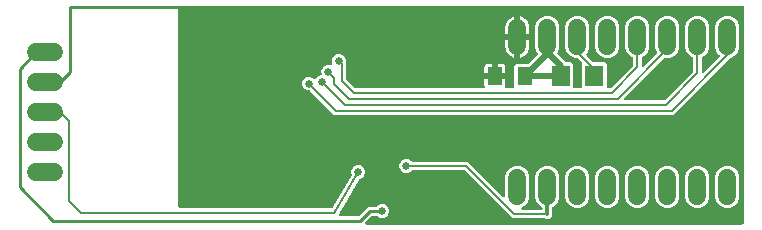
<source format=gbl>
G04 EAGLE Gerber RS-274X export*
G75*
%MOMM*%
%FSLAX34Y34*%
%LPD*%
%INBottom Copper*%
%IPPOS*%
%AMOC8*
5,1,8,0,0,1.08239X$1,22.5*%
G01*
%ADD10C,1.524000*%
%ADD11R,1.600000X1.803000*%
%ADD12R,1.270000X1.524000*%
%ADD13C,0.654800*%
%ADD14C,0.203200*%
%ADD15C,0.304800*%
%ADD16C,0.254000*%
%ADD17C,0.508000*%
%ADD18C,0.152400*%

G36*
X622418Y6366D02*
X622418Y6366D01*
X622537Y6373D01*
X622575Y6386D01*
X622616Y6391D01*
X622726Y6434D01*
X622839Y6471D01*
X622874Y6493D01*
X622911Y6508D01*
X623007Y6578D01*
X623108Y6641D01*
X623136Y6671D01*
X623169Y6694D01*
X623245Y6786D01*
X623326Y6873D01*
X623346Y6908D01*
X623371Y6939D01*
X623422Y7047D01*
X623480Y7151D01*
X623490Y7191D01*
X623507Y7227D01*
X623529Y7344D01*
X623559Y7459D01*
X623563Y7520D01*
X623567Y7540D01*
X623565Y7560D01*
X623569Y7620D01*
X623569Y190500D01*
X623554Y190618D01*
X623547Y190737D01*
X623534Y190775D01*
X623529Y190816D01*
X623486Y190926D01*
X623449Y191039D01*
X623427Y191074D01*
X623412Y191111D01*
X623343Y191207D01*
X623279Y191308D01*
X623249Y191336D01*
X623226Y191369D01*
X623134Y191445D01*
X623047Y191526D01*
X623012Y191546D01*
X622981Y191571D01*
X622873Y191622D01*
X622769Y191680D01*
X622729Y191690D01*
X622693Y191707D01*
X622576Y191729D01*
X622461Y191759D01*
X622401Y191763D01*
X622381Y191767D01*
X622360Y191765D01*
X622300Y191769D01*
X146050Y191769D01*
X145932Y191754D01*
X145813Y191747D01*
X145775Y191734D01*
X145734Y191729D01*
X145624Y191686D01*
X145511Y191649D01*
X145476Y191627D01*
X145439Y191612D01*
X145343Y191543D01*
X145242Y191479D01*
X145214Y191449D01*
X145181Y191426D01*
X145106Y191334D01*
X145024Y191247D01*
X145004Y191212D01*
X144979Y191181D01*
X144928Y191073D01*
X144870Y190969D01*
X144860Y190929D01*
X144843Y190893D01*
X144821Y190776D01*
X144791Y190661D01*
X144787Y190601D01*
X144783Y190581D01*
X144785Y190560D01*
X144781Y190500D01*
X144781Y21336D01*
X144796Y21218D01*
X144803Y21099D01*
X144816Y21061D01*
X144821Y21020D01*
X144864Y20910D01*
X144901Y20797D01*
X144923Y20762D01*
X144938Y20725D01*
X145008Y20629D01*
X145071Y20528D01*
X145101Y20500D01*
X145124Y20467D01*
X145216Y20391D01*
X145303Y20310D01*
X145338Y20290D01*
X145369Y20265D01*
X145477Y20214D01*
X145581Y20156D01*
X145621Y20146D01*
X145657Y20129D01*
X145774Y20107D01*
X145889Y20077D01*
X145950Y20073D01*
X145970Y20069D01*
X145990Y20071D01*
X146050Y20067D01*
X274259Y20067D01*
X274358Y20079D01*
X274457Y20082D01*
X274515Y20099D01*
X274575Y20107D01*
X274667Y20143D01*
X274762Y20171D01*
X274814Y20201D01*
X274871Y20224D01*
X274951Y20282D01*
X275036Y20332D01*
X275112Y20398D01*
X275128Y20410D01*
X275136Y20420D01*
X275157Y20438D01*
X275508Y20789D01*
X275558Y20855D01*
X275617Y20914D01*
X275698Y21035D01*
X275703Y21040D01*
X275704Y21043D01*
X275707Y21047D01*
X291473Y48075D01*
X291483Y48098D01*
X291497Y48119D01*
X291545Y48245D01*
X291597Y48367D01*
X291601Y48393D01*
X291610Y48417D01*
X291625Y48550D01*
X291645Y48682D01*
X291643Y48707D01*
X291645Y48733D01*
X291627Y48865D01*
X291613Y48998D01*
X291605Y49022D01*
X291601Y49048D01*
X291549Y49200D01*
X291365Y49643D01*
X291365Y51957D01*
X292250Y54094D01*
X293886Y55730D01*
X296023Y56615D01*
X298337Y56615D01*
X300474Y55730D01*
X302110Y54094D01*
X302995Y51957D01*
X302995Y49643D01*
X302110Y47506D01*
X300474Y45870D01*
X298164Y44914D01*
X298152Y44907D01*
X298139Y44903D01*
X298015Y44829D01*
X297887Y44756D01*
X297878Y44747D01*
X297867Y44740D01*
X297764Y44637D01*
X297659Y44535D01*
X297652Y44523D01*
X297643Y44514D01*
X297553Y44380D01*
X282194Y18051D01*
X282157Y17963D01*
X282111Y17880D01*
X282095Y17817D01*
X282069Y17758D01*
X282055Y17664D01*
X282031Y17572D01*
X282024Y17462D01*
X282021Y17444D01*
X282022Y17433D01*
X282021Y17411D01*
X282021Y17243D01*
X281421Y16642D01*
X281370Y16577D01*
X281312Y16518D01*
X281230Y16396D01*
X281226Y16391D01*
X281225Y16389D01*
X281222Y16384D01*
X280647Y15400D01*
X280594Y15275D01*
X280537Y15153D01*
X280532Y15129D01*
X280523Y15107D01*
X280502Y14973D01*
X280477Y14840D01*
X280479Y14816D01*
X280475Y14793D01*
X280488Y14658D01*
X280497Y14523D01*
X280504Y14500D01*
X280507Y14476D01*
X280553Y14349D01*
X280595Y14221D01*
X280608Y14200D01*
X280616Y14177D01*
X280693Y14066D01*
X280765Y13952D01*
X280783Y13935D01*
X280796Y13915D01*
X280898Y13827D01*
X280997Y13734D01*
X281018Y13722D01*
X281036Y13706D01*
X281157Y13646D01*
X281275Y13580D01*
X281298Y13574D01*
X281320Y13564D01*
X281452Y13535D01*
X281583Y13501D01*
X281617Y13499D01*
X281631Y13496D01*
X281652Y13497D01*
X281744Y13491D01*
X296635Y13491D01*
X296733Y13503D01*
X296832Y13506D01*
X296890Y13523D01*
X296950Y13531D01*
X297043Y13567D01*
X297138Y13595D01*
X297190Y13625D01*
X297246Y13648D01*
X297326Y13706D01*
X297412Y13756D01*
X297487Y13822D01*
X297503Y13834D01*
X297511Y13844D01*
X297532Y13862D01*
X305261Y21591D01*
X312562Y21591D01*
X312660Y21603D01*
X312759Y21606D01*
X312817Y21623D01*
X312877Y21631D01*
X312969Y21667D01*
X313064Y21695D01*
X313117Y21725D01*
X313173Y21748D01*
X313253Y21806D01*
X313338Y21856D01*
X313414Y21922D01*
X313430Y21934D01*
X313438Y21944D01*
X313459Y21962D01*
X314206Y22710D01*
X316343Y23595D01*
X318657Y23595D01*
X320794Y22710D01*
X322430Y21074D01*
X323315Y18937D01*
X323315Y16623D01*
X322430Y14486D01*
X320794Y12850D01*
X318657Y11965D01*
X316343Y11965D01*
X314206Y12850D01*
X313459Y13598D01*
X313381Y13658D01*
X313309Y13726D01*
X313256Y13755D01*
X313208Y13792D01*
X313117Y13832D01*
X313030Y13880D01*
X312972Y13895D01*
X312916Y13919D01*
X312818Y13934D01*
X312722Y13959D01*
X312622Y13965D01*
X312602Y13969D01*
X312590Y13967D01*
X312562Y13969D01*
X308943Y13969D01*
X308845Y13957D01*
X308746Y13954D01*
X308688Y13937D01*
X308628Y13929D01*
X308536Y13893D01*
X308441Y13865D01*
X308388Y13835D01*
X308332Y13812D01*
X308252Y13754D01*
X308167Y13704D01*
X308091Y13638D01*
X308075Y13626D01*
X308073Y13624D01*
X308072Y13623D01*
X308065Y13614D01*
X308046Y13598D01*
X302966Y8518D01*
X302881Y8408D01*
X302792Y8301D01*
X302783Y8282D01*
X302771Y8266D01*
X302715Y8138D01*
X302656Y8013D01*
X302653Y7993D01*
X302645Y7974D01*
X302623Y7836D01*
X302597Y7701D01*
X302598Y7680D01*
X302595Y7660D01*
X302608Y7521D01*
X302616Y7383D01*
X302623Y7364D01*
X302624Y7344D01*
X302672Y7212D01*
X302714Y7081D01*
X302725Y7063D01*
X302732Y7044D01*
X302810Y6929D01*
X302885Y6812D01*
X302899Y6798D01*
X302911Y6781D01*
X303015Y6689D01*
X303116Y6594D01*
X303134Y6584D01*
X303149Y6571D01*
X303273Y6507D01*
X303395Y6440D01*
X303414Y6435D01*
X303432Y6426D01*
X303568Y6396D01*
X303703Y6361D01*
X303731Y6359D01*
X303743Y6357D01*
X303763Y6357D01*
X303863Y6351D01*
X622300Y6351D01*
X622418Y6366D01*
G37*
%LPC*%
G36*
X276657Y99313D02*
X276657Y99313D01*
X256427Y119544D01*
X256348Y119604D01*
X256276Y119672D01*
X256223Y119701D01*
X256175Y119738D01*
X256084Y119778D01*
X255998Y119826D01*
X255939Y119841D01*
X255883Y119865D01*
X255785Y119880D01*
X255690Y119905D01*
X255590Y119911D01*
X255569Y119915D01*
X255557Y119913D01*
X255529Y119915D01*
X254113Y119915D01*
X251976Y120800D01*
X250340Y122436D01*
X249455Y124573D01*
X249455Y126887D01*
X250340Y129024D01*
X251976Y130660D01*
X254113Y131545D01*
X256427Y131545D01*
X258564Y130660D01*
X259595Y129628D01*
X259635Y129598D01*
X259668Y129561D01*
X259760Y129500D01*
X259846Y129433D01*
X259892Y129413D01*
X259934Y129386D01*
X260038Y129350D01*
X260138Y129307D01*
X260187Y129299D01*
X260234Y129283D01*
X260344Y129274D01*
X260452Y129257D01*
X260502Y129262D01*
X260551Y129258D01*
X260659Y129276D01*
X260769Y129287D01*
X260816Y129304D01*
X260865Y129312D01*
X260965Y129357D01*
X261068Y129394D01*
X261109Y129422D01*
X261155Y129443D01*
X261241Y129511D01*
X261331Y129573D01*
X261364Y129610D01*
X261403Y129641D01*
X261469Y129729D01*
X261542Y129811D01*
X261565Y129856D01*
X261594Y129895D01*
X261665Y130040D01*
X261771Y130294D01*
X263406Y131930D01*
X265409Y132759D01*
X265513Y132818D01*
X265620Y132870D01*
X265650Y132897D01*
X265685Y132917D01*
X265771Y133000D01*
X265862Y133077D01*
X265885Y133110D01*
X265914Y133138D01*
X265976Y133240D01*
X266045Y133337D01*
X266059Y133375D01*
X266080Y133409D01*
X266115Y133523D01*
X266157Y133634D01*
X266162Y133674D01*
X266174Y133713D01*
X266179Y133832D01*
X266193Y133950D01*
X266187Y133990D01*
X266189Y134031D01*
X266165Y134147D01*
X266148Y134265D01*
X266129Y134322D01*
X266125Y134342D01*
X266116Y134361D01*
X266096Y134418D01*
X265965Y134733D01*
X265965Y137047D01*
X266850Y139184D01*
X268486Y140820D01*
X270623Y141705D01*
X272937Y141705D01*
X273381Y141521D01*
X273515Y141484D01*
X273648Y141443D01*
X273668Y141442D01*
X273688Y141437D01*
X273827Y141435D01*
X273966Y141428D01*
X273985Y141432D01*
X274006Y141432D01*
X274141Y141464D01*
X274277Y141492D01*
X274295Y141501D01*
X274315Y141506D01*
X274438Y141571D01*
X274563Y141632D01*
X274578Y141645D01*
X274596Y141655D01*
X274699Y141748D01*
X274805Y141838D01*
X274816Y141855D01*
X274831Y141868D01*
X274908Y141985D01*
X274988Y142098D01*
X274995Y142117D01*
X275006Y142134D01*
X275052Y142266D01*
X275101Y142396D01*
X275103Y142416D01*
X275109Y142435D01*
X275120Y142574D01*
X275136Y142712D01*
X275133Y142732D01*
X275135Y142752D01*
X275111Y142888D01*
X275091Y143027D01*
X275082Y143053D01*
X275080Y143065D01*
X275072Y143084D01*
X275039Y143179D01*
X274855Y143623D01*
X274855Y145937D01*
X275740Y148074D01*
X277376Y149710D01*
X279513Y150595D01*
X281827Y150595D01*
X283964Y149710D01*
X285600Y148074D01*
X286485Y145937D01*
X286485Y144521D01*
X286497Y144423D01*
X286500Y144324D01*
X286517Y144266D01*
X286525Y144205D01*
X286561Y144113D01*
X286589Y144018D01*
X286619Y143966D01*
X286642Y143910D01*
X286700Y143830D01*
X286750Y143744D01*
X286767Y143725D01*
X286767Y130269D01*
X286779Y130171D01*
X286782Y130072D01*
X286799Y130014D01*
X286807Y129953D01*
X286843Y129861D01*
X286871Y129766D01*
X286901Y129714D01*
X286924Y129658D01*
X286982Y129578D01*
X287032Y129492D01*
X287098Y129417D01*
X287110Y129400D01*
X287120Y129393D01*
X287138Y129371D01*
X294471Y122038D01*
X294550Y121978D01*
X294622Y121910D01*
X294675Y121881D01*
X294723Y121844D01*
X294814Y121804D01*
X294900Y121756D01*
X294959Y121741D01*
X295015Y121717D01*
X295113Y121702D01*
X295208Y121677D01*
X295308Y121671D01*
X295329Y121667D01*
X295341Y121669D01*
X295369Y121667D01*
X402881Y121667D01*
X403012Y121683D01*
X403144Y121694D01*
X403170Y121703D01*
X403196Y121707D01*
X403320Y121755D01*
X403445Y121799D01*
X403467Y121814D01*
X403492Y121824D01*
X403599Y121902D01*
X403710Y121975D01*
X403728Y121995D01*
X403749Y122010D01*
X403834Y122113D01*
X403923Y122211D01*
X403935Y122235D01*
X403952Y122255D01*
X404009Y122376D01*
X404070Y122493D01*
X404076Y122519D01*
X404087Y122543D01*
X404112Y122673D01*
X404143Y122803D01*
X404142Y122829D01*
X404147Y122855D01*
X404139Y122988D01*
X404136Y123121D01*
X404129Y123146D01*
X404127Y123173D01*
X404087Y123299D01*
X404051Y123427D01*
X404041Y123447D01*
X403859Y124126D01*
X403859Y129541D01*
X411480Y129541D01*
X411598Y129556D01*
X411717Y129563D01*
X411755Y129576D01*
X411795Y129581D01*
X411906Y129624D01*
X412019Y129661D01*
X412054Y129683D01*
X412091Y129698D01*
X412187Y129768D01*
X412288Y129831D01*
X412316Y129861D01*
X412348Y129885D01*
X412424Y129976D01*
X412506Y130063D01*
X412525Y130098D01*
X412551Y130129D01*
X412602Y130237D01*
X412659Y130341D01*
X412670Y130381D01*
X412687Y130417D01*
X412709Y130534D01*
X412739Y130649D01*
X412743Y130710D01*
X412747Y130730D01*
X412745Y130750D01*
X412749Y130810D01*
X412749Y132081D01*
X412751Y132081D01*
X412751Y130810D01*
X412766Y130692D01*
X412773Y130573D01*
X412786Y130535D01*
X412791Y130495D01*
X412835Y130384D01*
X412871Y130271D01*
X412893Y130236D01*
X412908Y130199D01*
X412978Y130103D01*
X413041Y130002D01*
X413071Y129974D01*
X413095Y129941D01*
X413186Y129866D01*
X413273Y129784D01*
X413308Y129764D01*
X413340Y129739D01*
X413447Y129688D01*
X413551Y129630D01*
X413591Y129620D01*
X413627Y129603D01*
X413744Y129581D01*
X413859Y129551D01*
X413920Y129547D01*
X413940Y129543D01*
X413960Y129545D01*
X414020Y129541D01*
X421641Y129541D01*
X421641Y124126D01*
X421447Y123401D01*
X421413Y123329D01*
X421408Y123303D01*
X421397Y123278D01*
X421378Y123147D01*
X421353Y123016D01*
X421354Y122990D01*
X421351Y122964D01*
X421364Y122832D01*
X421373Y122699D01*
X421381Y122674D01*
X421383Y122647D01*
X421430Y122523D01*
X421471Y122397D01*
X421485Y122374D01*
X421494Y122349D01*
X421570Y122240D01*
X421641Y122128D01*
X421660Y122110D01*
X421675Y122088D01*
X421776Y122001D01*
X421872Y121910D01*
X421896Y121897D01*
X421916Y121880D01*
X422035Y121820D01*
X422151Y121756D01*
X422177Y121750D01*
X422200Y121738D01*
X422330Y121710D01*
X422459Y121677D01*
X422496Y121675D01*
X422511Y121671D01*
X422533Y121672D01*
X422619Y121667D01*
X427990Y121667D01*
X428108Y121682D01*
X428227Y121689D01*
X428265Y121702D01*
X428306Y121707D01*
X428416Y121750D01*
X428529Y121787D01*
X428564Y121809D01*
X428601Y121824D01*
X428697Y121893D01*
X428798Y121957D01*
X428826Y121987D01*
X428859Y122010D01*
X428935Y122102D01*
X429016Y122189D01*
X429036Y122224D01*
X429061Y122255D01*
X429112Y122363D01*
X429170Y122467D01*
X429180Y122507D01*
X429197Y122543D01*
X429219Y122660D01*
X429249Y122775D01*
X429253Y122835D01*
X429257Y122855D01*
X429255Y122876D01*
X429259Y122936D01*
X429259Y140752D01*
X430748Y142241D01*
X440600Y142241D01*
X440698Y142253D01*
X440797Y142256D01*
X440855Y142273D01*
X440915Y142281D01*
X441007Y142317D01*
X441102Y142345D01*
X441155Y142375D01*
X441211Y142398D01*
X441291Y142456D01*
X441376Y142506D01*
X441452Y142572D01*
X441468Y142584D01*
X441476Y142594D01*
X441497Y142612D01*
X448700Y149815D01*
X448773Y149910D01*
X448852Y149999D01*
X448870Y150035D01*
X448895Y150067D01*
X448942Y150176D01*
X448997Y150282D01*
X449005Y150321D01*
X449021Y150359D01*
X449040Y150476D01*
X449066Y150592D01*
X449065Y150633D01*
X449071Y150673D01*
X449060Y150792D01*
X449056Y150910D01*
X449045Y150949D01*
X449041Y150989D01*
X449001Y151102D01*
X448968Y151216D01*
X448948Y151250D01*
X448934Y151289D01*
X448867Y151387D01*
X448807Y151490D01*
X448767Y151535D01*
X448755Y151552D01*
X448740Y151565D01*
X448700Y151610D01*
X448586Y151724D01*
X447039Y155459D01*
X447039Y174741D01*
X448586Y178476D01*
X451444Y181334D01*
X455179Y182881D01*
X459221Y182881D01*
X462956Y181334D01*
X465814Y178476D01*
X467361Y174741D01*
X467361Y155459D01*
X465845Y151799D01*
X465837Y151770D01*
X465823Y151744D01*
X465795Y151617D01*
X465761Y151492D01*
X465760Y151462D01*
X465754Y151434D01*
X465758Y151304D01*
X465756Y151174D01*
X465763Y151145D01*
X465763Y151116D01*
X465799Y150991D01*
X465830Y150865D01*
X465844Y150838D01*
X465852Y150810D01*
X465918Y150699D01*
X465979Y150584D01*
X465998Y150562D01*
X466013Y150536D01*
X466120Y150415D01*
X472528Y144007D01*
X472606Y143947D01*
X472678Y143879D01*
X472731Y143850D01*
X472779Y143813D01*
X472870Y143773D01*
X472957Y143725D01*
X473015Y143710D01*
X473071Y143686D01*
X473169Y143671D01*
X473265Y143646D01*
X473365Y143640D01*
X473385Y143636D01*
X473397Y143638D01*
X473425Y143636D01*
X477432Y143636D01*
X478921Y142147D01*
X478921Y122936D01*
X478936Y122818D01*
X478943Y122699D01*
X478956Y122661D01*
X478961Y122620D01*
X479004Y122510D01*
X479041Y122397D01*
X479063Y122362D01*
X479078Y122325D01*
X479147Y122229D01*
X479211Y122128D01*
X479241Y122100D01*
X479264Y122067D01*
X479356Y121991D01*
X479443Y121910D01*
X479478Y121890D01*
X479509Y121865D01*
X479617Y121814D01*
X479721Y121756D01*
X479761Y121746D01*
X479797Y121729D01*
X479914Y121707D01*
X480029Y121677D01*
X480089Y121673D01*
X480109Y121669D01*
X480130Y121671D01*
X480190Y121667D01*
X485010Y121667D01*
X485128Y121682D01*
X485247Y121689D01*
X485285Y121702D01*
X485326Y121707D01*
X485436Y121750D01*
X485549Y121787D01*
X485584Y121809D01*
X485621Y121824D01*
X485717Y121893D01*
X485818Y121957D01*
X485846Y121987D01*
X485879Y122010D01*
X485955Y122102D01*
X486036Y122189D01*
X486056Y122224D01*
X486081Y122255D01*
X486132Y122363D01*
X486190Y122467D01*
X486200Y122507D01*
X486217Y122543D01*
X486239Y122660D01*
X486269Y122775D01*
X486273Y122835D01*
X486277Y122855D01*
X486275Y122876D01*
X486279Y122936D01*
X486279Y142176D01*
X486305Y142205D01*
X486324Y142241D01*
X486348Y142273D01*
X486396Y142382D01*
X486450Y142488D01*
X486459Y142528D01*
X486475Y142565D01*
X486493Y142682D01*
X486519Y142798D01*
X486518Y142839D01*
X486525Y142879D01*
X486513Y142997D01*
X486510Y143116D01*
X486499Y143155D01*
X486495Y143195D01*
X486454Y143308D01*
X486421Y143422D01*
X486401Y143457D01*
X486387Y143495D01*
X486320Y143593D01*
X486260Y143696D01*
X486220Y143741D01*
X486209Y143758D01*
X486193Y143771D01*
X486153Y143817D01*
X483023Y146948D01*
X482944Y147008D01*
X482872Y147076D01*
X482819Y147105D01*
X482771Y147142D01*
X482680Y147182D01*
X482594Y147230D01*
X482535Y147245D01*
X482479Y147269D01*
X482381Y147284D01*
X482286Y147309D01*
X482186Y147315D01*
X482165Y147319D01*
X482153Y147317D01*
X482125Y147319D01*
X480579Y147319D01*
X476844Y148866D01*
X473986Y151724D01*
X472439Y155459D01*
X472439Y174741D01*
X473986Y178476D01*
X476844Y181334D01*
X480579Y182881D01*
X484621Y182881D01*
X488356Y181334D01*
X491214Y178476D01*
X492761Y174741D01*
X492761Y155459D01*
X491214Y151724D01*
X490657Y151168D01*
X490584Y151074D01*
X490505Y150984D01*
X490487Y150948D01*
X490462Y150916D01*
X490415Y150807D01*
X490361Y150701D01*
X490352Y150662D01*
X490336Y150625D01*
X490317Y150507D01*
X490291Y150391D01*
X490292Y150351D01*
X490286Y150311D01*
X490297Y150192D01*
X490301Y150073D01*
X490312Y150034D01*
X490316Y149994D01*
X490356Y149882D01*
X490389Y149768D01*
X490410Y149733D01*
X490423Y149695D01*
X490490Y149596D01*
X490551Y149494D01*
X490591Y149448D01*
X490602Y149431D01*
X490617Y149418D01*
X490657Y149373D01*
X496022Y144007D01*
X496101Y143947D01*
X496173Y143879D01*
X496226Y143850D01*
X496274Y143813D01*
X496365Y143773D01*
X496451Y143725D01*
X496510Y143710D01*
X496566Y143686D01*
X496664Y143671D01*
X496759Y143646D01*
X496859Y143640D01*
X496880Y143636D01*
X496892Y143638D01*
X496920Y143636D01*
X505872Y143636D01*
X507361Y142147D01*
X507361Y122936D01*
X507376Y122818D01*
X507383Y122699D01*
X507396Y122661D01*
X507401Y122620D01*
X507444Y122510D01*
X507481Y122397D01*
X507503Y122362D01*
X507518Y122325D01*
X507587Y122229D01*
X507651Y122128D01*
X507681Y122100D01*
X507704Y122067D01*
X507796Y121991D01*
X507883Y121910D01*
X507918Y121890D01*
X507949Y121865D01*
X508057Y121814D01*
X508161Y121756D01*
X508201Y121746D01*
X508237Y121729D01*
X508354Y121707D01*
X508469Y121677D01*
X508529Y121673D01*
X508549Y121669D01*
X508570Y121671D01*
X508630Y121667D01*
X509811Y121667D01*
X509909Y121679D01*
X510008Y121682D01*
X510066Y121699D01*
X510127Y121707D01*
X510219Y121743D01*
X510314Y121771D01*
X510366Y121801D01*
X510422Y121824D01*
X510502Y121882D01*
X510588Y121932D01*
X510663Y121998D01*
X510680Y122010D01*
X510687Y122020D01*
X510709Y122038D01*
X529472Y140801D01*
X529532Y140880D01*
X529600Y140952D01*
X529629Y141005D01*
X529666Y141053D01*
X529706Y141144D01*
X529754Y141230D01*
X529769Y141289D01*
X529793Y141345D01*
X529808Y141443D01*
X529833Y141538D01*
X529839Y141638D01*
X529843Y141659D01*
X529841Y141671D01*
X529843Y141699D01*
X529843Y147107D01*
X529840Y147137D01*
X529842Y147166D01*
X529820Y147294D01*
X529803Y147423D01*
X529793Y147450D01*
X529788Y147479D01*
X529734Y147598D01*
X529686Y147718D01*
X529669Y147742D01*
X529657Y147769D01*
X529576Y147871D01*
X529500Y147976D01*
X529477Y147995D01*
X529458Y148018D01*
X529355Y148096D01*
X529255Y148179D01*
X529228Y148191D01*
X529204Y148209D01*
X529060Y148280D01*
X527644Y148866D01*
X524786Y151724D01*
X523239Y155459D01*
X523239Y174741D01*
X524786Y178476D01*
X527644Y181334D01*
X531379Y182881D01*
X535421Y182881D01*
X539156Y181334D01*
X542014Y178476D01*
X543561Y174741D01*
X543561Y155459D01*
X542014Y151724D01*
X539156Y148866D01*
X537740Y148280D01*
X537715Y148265D01*
X537687Y148256D01*
X537577Y148187D01*
X537464Y148122D01*
X537443Y148102D01*
X537418Y148086D01*
X537329Y147991D01*
X537236Y147901D01*
X537220Y147876D01*
X537200Y147854D01*
X537137Y147741D01*
X537069Y147630D01*
X537061Y147602D01*
X537046Y147576D01*
X537014Y147450D01*
X536976Y147326D01*
X536974Y147297D01*
X536967Y147268D01*
X536957Y147107D01*
X536957Y141191D01*
X536974Y141053D01*
X536987Y140915D01*
X536994Y140895D01*
X536997Y140875D01*
X537048Y140746D01*
X537095Y140615D01*
X537106Y140598D01*
X537114Y140580D01*
X537195Y140468D01*
X537273Y140352D01*
X537289Y140339D01*
X537300Y140322D01*
X537408Y140234D01*
X537512Y140142D01*
X537530Y140132D01*
X537545Y140120D01*
X537671Y140060D01*
X537795Y139997D01*
X537815Y139993D01*
X537833Y139984D01*
X537969Y139958D01*
X538105Y139927D01*
X538126Y139928D01*
X538145Y139924D01*
X538284Y139933D01*
X538423Y139937D01*
X538443Y139943D01*
X538463Y139944D01*
X538595Y139987D01*
X538729Y140025D01*
X538746Y140036D01*
X538765Y140042D01*
X538883Y140117D01*
X539003Y140187D01*
X539024Y140206D01*
X539034Y140212D01*
X539048Y140227D01*
X539123Y140293D01*
X549694Y150864D01*
X549712Y150888D01*
X549735Y150907D01*
X549810Y151013D01*
X549889Y151116D01*
X549901Y151143D01*
X549918Y151167D01*
X549964Y151288D01*
X550016Y151407D01*
X550020Y151437D01*
X550031Y151464D01*
X550045Y151593D01*
X550065Y151722D01*
X550063Y151751D01*
X550066Y151780D01*
X550048Y151909D01*
X550036Y152038D01*
X550026Y152066D01*
X550022Y152095D01*
X549969Y152248D01*
X548639Y155459D01*
X548639Y174741D01*
X550186Y178476D01*
X553044Y181334D01*
X556779Y182881D01*
X560821Y182881D01*
X564556Y181334D01*
X567414Y178476D01*
X568961Y174741D01*
X568961Y155459D01*
X567414Y151724D01*
X564556Y148866D01*
X560821Y147319D01*
X556735Y147319D01*
X556637Y147307D01*
X556538Y147304D01*
X556480Y147287D01*
X556419Y147279D01*
X556327Y147243D01*
X556232Y147215D01*
X556180Y147185D01*
X556124Y147162D01*
X556044Y147104D01*
X555958Y147054D01*
X555883Y146988D01*
X555866Y146976D01*
X555859Y146966D01*
X555837Y146948D01*
X522563Y113673D01*
X522478Y113564D01*
X522390Y113457D01*
X522381Y113438D01*
X522368Y113422D01*
X522313Y113294D01*
X522254Y113169D01*
X522250Y113149D01*
X522242Y113130D01*
X522220Y112992D01*
X522194Y112856D01*
X522195Y112836D01*
X522192Y112816D01*
X522205Y112677D01*
X522214Y112539D01*
X522220Y112520D01*
X522222Y112500D01*
X522269Y112368D01*
X522312Y112237D01*
X522323Y112219D01*
X522330Y112200D01*
X522408Y112085D01*
X522482Y111968D01*
X522497Y111954D01*
X522508Y111937D01*
X522612Y111845D01*
X522714Y111750D01*
X522732Y111740D01*
X522747Y111727D01*
X522871Y111663D01*
X522992Y111596D01*
X523012Y111591D01*
X523030Y111582D01*
X523166Y111552D01*
X523300Y111517D01*
X523328Y111515D01*
X523340Y111512D01*
X523361Y111513D01*
X523461Y111507D01*
X555531Y111507D01*
X555629Y111519D01*
X555728Y111522D01*
X555786Y111539D01*
X555847Y111547D01*
X555939Y111583D01*
X556034Y111611D01*
X556086Y111641D01*
X556142Y111664D01*
X556222Y111722D01*
X556308Y111772D01*
X556383Y111838D01*
X556400Y111850D01*
X556407Y111860D01*
X556429Y111878D01*
X580272Y135721D01*
X580332Y135800D01*
X580400Y135872D01*
X580429Y135925D01*
X580466Y135973D01*
X580506Y136064D01*
X580554Y136150D01*
X580569Y136209D01*
X580593Y136265D01*
X580608Y136363D01*
X580633Y136458D01*
X580639Y136558D01*
X580643Y136579D01*
X580641Y136591D01*
X580643Y136619D01*
X580643Y147107D01*
X580640Y147137D01*
X580642Y147166D01*
X580620Y147294D01*
X580603Y147423D01*
X580593Y147450D01*
X580588Y147479D01*
X580534Y147598D01*
X580486Y147718D01*
X580469Y147742D01*
X580457Y147769D01*
X580376Y147871D01*
X580300Y147976D01*
X580277Y147995D01*
X580258Y148018D01*
X580155Y148096D01*
X580055Y148179D01*
X580028Y148191D01*
X580004Y148209D01*
X579860Y148280D01*
X578444Y148866D01*
X575586Y151724D01*
X574039Y155459D01*
X574039Y174741D01*
X575586Y178476D01*
X578444Y181334D01*
X582179Y182881D01*
X586221Y182881D01*
X589956Y181334D01*
X592814Y178476D01*
X594361Y174741D01*
X594361Y155459D01*
X592814Y151724D01*
X589956Y148866D01*
X588540Y148280D01*
X588515Y148265D01*
X588487Y148256D01*
X588377Y148187D01*
X588264Y148122D01*
X588243Y148102D01*
X588218Y148086D01*
X588129Y147991D01*
X588036Y147901D01*
X588020Y147876D01*
X588000Y147854D01*
X587937Y147741D01*
X587869Y147630D01*
X587861Y147602D01*
X587846Y147576D01*
X587814Y147450D01*
X587776Y147326D01*
X587774Y147297D01*
X587767Y147268D01*
X587757Y147107D01*
X587757Y136111D01*
X587774Y135973D01*
X587787Y135835D01*
X587794Y135815D01*
X587797Y135795D01*
X587848Y135666D01*
X587895Y135535D01*
X587906Y135518D01*
X587914Y135500D01*
X587995Y135388D01*
X588073Y135272D01*
X588089Y135259D01*
X588100Y135242D01*
X588208Y135154D01*
X588312Y135062D01*
X588330Y135052D01*
X588345Y135040D01*
X588471Y134980D01*
X588595Y134917D01*
X588615Y134913D01*
X588633Y134904D01*
X588769Y134878D01*
X588905Y134847D01*
X588926Y134848D01*
X588945Y134844D01*
X589084Y134853D01*
X589223Y134857D01*
X589243Y134863D01*
X589263Y134864D01*
X589395Y134907D01*
X589529Y134945D01*
X589546Y134956D01*
X589565Y134962D01*
X589683Y135037D01*
X589803Y135107D01*
X589824Y135126D01*
X589834Y135132D01*
X589848Y135147D01*
X589923Y135213D01*
X602813Y148103D01*
X602886Y148197D01*
X602965Y148286D01*
X602983Y148322D01*
X603008Y148354D01*
X603055Y148464D01*
X603109Y148569D01*
X603118Y148609D01*
X603134Y148646D01*
X603153Y148764D01*
X603179Y148880D01*
X603178Y148920D01*
X603184Y148960D01*
X603173Y149079D01*
X603169Y149198D01*
X603158Y149236D01*
X603154Y149277D01*
X603114Y149389D01*
X603081Y149503D01*
X603060Y149538D01*
X603047Y149576D01*
X602979Y149675D01*
X602919Y149777D01*
X602879Y149822D01*
X602868Y149839D01*
X602853Y149853D01*
X602813Y149898D01*
X600986Y151724D01*
X599439Y155459D01*
X599439Y174741D01*
X600986Y178476D01*
X603844Y181334D01*
X607579Y182881D01*
X611621Y182881D01*
X615356Y181334D01*
X618214Y178476D01*
X619761Y174741D01*
X619761Y155459D01*
X618214Y151724D01*
X615356Y148866D01*
X612654Y147747D01*
X612645Y147742D01*
X612637Y147740D01*
X612507Y147664D01*
X612377Y147589D01*
X612371Y147583D01*
X612363Y147578D01*
X612242Y147472D01*
X564083Y99313D01*
X276657Y99313D01*
G37*
%LPD*%
%LPC*%
G36*
X455516Y11175D02*
X455516Y11175D01*
X455380Y11312D01*
X455302Y11372D01*
X455230Y11440D01*
X455177Y11469D01*
X455129Y11506D01*
X455038Y11546D01*
X454951Y11594D01*
X454893Y11609D01*
X454837Y11633D01*
X454739Y11648D01*
X454643Y11673D01*
X454543Y11679D01*
X454523Y11683D01*
X454511Y11681D01*
X454483Y11683D01*
X427787Y11683D01*
X387519Y51952D01*
X387440Y52012D01*
X387368Y52080D01*
X387315Y52109D01*
X387267Y52146D01*
X387176Y52186D01*
X387090Y52234D01*
X387031Y52249D01*
X386975Y52273D01*
X386877Y52288D01*
X386782Y52313D01*
X386682Y52319D01*
X386661Y52323D01*
X386649Y52321D01*
X386621Y52323D01*
X343012Y52323D01*
X342914Y52311D01*
X342815Y52308D01*
X342757Y52291D01*
X342697Y52283D01*
X342605Y52247D01*
X342510Y52219D01*
X342457Y52189D01*
X342401Y52166D01*
X342321Y52108D01*
X342236Y52058D01*
X342160Y51992D01*
X342144Y51980D01*
X342136Y51970D01*
X342115Y51952D01*
X341114Y50950D01*
X338977Y50065D01*
X336663Y50065D01*
X334526Y50950D01*
X332890Y52586D01*
X332005Y54723D01*
X332005Y57037D01*
X332890Y59174D01*
X334526Y60810D01*
X336663Y61695D01*
X338977Y61695D01*
X341114Y60810D01*
X342115Y59808D01*
X342193Y59748D01*
X342265Y59680D01*
X342318Y59651D01*
X342366Y59614D01*
X342457Y59574D01*
X342544Y59526D01*
X342602Y59511D01*
X342658Y59487D01*
X342756Y59472D01*
X342852Y59447D01*
X342952Y59441D01*
X342972Y59437D01*
X342984Y59439D01*
X343012Y59437D01*
X390093Y59437D01*
X419473Y30057D01*
X419582Y29972D01*
X419689Y29884D01*
X419708Y29875D01*
X419724Y29862D01*
X419852Y29807D01*
X419977Y29748D01*
X419997Y29744D01*
X420016Y29736D01*
X420154Y29714D01*
X420290Y29688D01*
X420310Y29689D01*
X420330Y29686D01*
X420469Y29699D01*
X420607Y29708D01*
X420626Y29714D01*
X420646Y29716D01*
X420778Y29763D01*
X420909Y29806D01*
X420927Y29817D01*
X420946Y29824D01*
X421061Y29902D01*
X421178Y29976D01*
X421192Y29991D01*
X421209Y30002D01*
X421301Y30106D01*
X421396Y30208D01*
X421406Y30226D01*
X421419Y30241D01*
X421483Y30365D01*
X421550Y30486D01*
X421555Y30506D01*
X421564Y30524D01*
X421594Y30660D01*
X421629Y30794D01*
X421631Y30822D01*
X421634Y30834D01*
X421633Y30855D01*
X421639Y30955D01*
X421639Y47741D01*
X423186Y51476D01*
X426044Y54334D01*
X429779Y55881D01*
X433821Y55881D01*
X437556Y54334D01*
X440414Y51476D01*
X441961Y47741D01*
X441961Y28459D01*
X440414Y24724D01*
X437556Y21866D01*
X436041Y21239D01*
X435980Y21204D01*
X435915Y21178D01*
X435842Y21126D01*
X435764Y21081D01*
X435714Y21033D01*
X435658Y20992D01*
X435600Y20922D01*
X435536Y20860D01*
X435499Y20800D01*
X435455Y20747D01*
X435417Y20665D01*
X435370Y20589D01*
X435349Y20522D01*
X435319Y20459D01*
X435303Y20371D01*
X435276Y20285D01*
X435273Y20215D01*
X435260Y20146D01*
X435265Y20057D01*
X435261Y19967D01*
X435275Y19899D01*
X435279Y19829D01*
X435307Y19744D01*
X435325Y19656D01*
X435356Y19593D01*
X435377Y19527D01*
X435425Y19451D01*
X435465Y19370D01*
X435510Y19317D01*
X435548Y19258D01*
X435613Y19196D01*
X435671Y19128D01*
X435728Y19088D01*
X435779Y19040D01*
X435858Y18997D01*
X435931Y18945D01*
X435997Y18920D01*
X436058Y18886D01*
X436145Y18864D01*
X436229Y18832D01*
X436298Y18824D01*
X436366Y18807D01*
X436526Y18797D01*
X451866Y18797D01*
X451984Y18812D01*
X452103Y18819D01*
X452141Y18832D01*
X452182Y18837D01*
X452292Y18880D01*
X452405Y18917D01*
X452440Y18939D01*
X452477Y18954D01*
X452573Y19023D01*
X452674Y19087D01*
X452702Y19117D01*
X452735Y19140D01*
X452811Y19232D01*
X452892Y19319D01*
X452912Y19354D01*
X452937Y19385D01*
X452988Y19493D01*
X453046Y19597D01*
X453056Y19637D01*
X453073Y19673D01*
X453095Y19790D01*
X453125Y19905D01*
X453129Y19965D01*
X453133Y19985D01*
X453131Y20006D01*
X453135Y20066D01*
X453135Y20318D01*
X453132Y20347D01*
X453134Y20376D01*
X453118Y20468D01*
X453113Y20549D01*
X453102Y20585D01*
X453095Y20633D01*
X453085Y20661D01*
X453080Y20690D01*
X453037Y20785D01*
X453015Y20852D01*
X452999Y20878D01*
X452978Y20929D01*
X452961Y20953D01*
X452949Y20980D01*
X452877Y21069D01*
X452845Y21121D01*
X452827Y21137D01*
X452792Y21186D01*
X452769Y21205D01*
X452750Y21228D01*
X452651Y21303D01*
X452613Y21339D01*
X452596Y21348D01*
X452547Y21389D01*
X452520Y21402D01*
X452496Y21419D01*
X452352Y21490D01*
X451444Y21866D01*
X448586Y24724D01*
X447039Y28459D01*
X447039Y47741D01*
X448586Y51476D01*
X451444Y54334D01*
X455179Y55881D01*
X459221Y55881D01*
X462956Y54334D01*
X465814Y51476D01*
X467361Y47741D01*
X467361Y28459D01*
X465814Y24724D01*
X462956Y21866D01*
X462048Y21490D01*
X462023Y21476D01*
X461995Y21467D01*
X461939Y21431D01*
X461923Y21425D01*
X461883Y21396D01*
X461772Y21333D01*
X461751Y21312D01*
X461726Y21296D01*
X461683Y21251D01*
X461665Y21238D01*
X461630Y21195D01*
X461544Y21111D01*
X461528Y21086D01*
X461508Y21065D01*
X461480Y21014D01*
X461463Y20993D01*
X461435Y20934D01*
X461377Y20840D01*
X461369Y20812D01*
X461354Y20786D01*
X461341Y20736D01*
X461327Y20705D01*
X461313Y20631D01*
X461284Y20536D01*
X461282Y20507D01*
X461275Y20478D01*
X461271Y20410D01*
X461267Y20393D01*
X461268Y20375D01*
X461265Y20318D01*
X461265Y13556D01*
X458884Y11175D01*
X455516Y11175D01*
G37*
%LPD*%
%LPC*%
G36*
X505979Y147319D02*
X505979Y147319D01*
X502244Y148866D01*
X499386Y151724D01*
X497839Y155459D01*
X497839Y174741D01*
X499386Y178476D01*
X502244Y181334D01*
X505979Y182881D01*
X510021Y182881D01*
X513756Y181334D01*
X516614Y178476D01*
X518161Y174741D01*
X518161Y155459D01*
X516614Y151724D01*
X513756Y148866D01*
X510021Y147319D01*
X505979Y147319D01*
G37*
%LPD*%
%LPC*%
G36*
X505979Y20319D02*
X505979Y20319D01*
X502244Y21866D01*
X499386Y24724D01*
X497839Y28459D01*
X497839Y47741D01*
X499386Y51476D01*
X502244Y54334D01*
X505979Y55881D01*
X510021Y55881D01*
X513756Y54334D01*
X516614Y51476D01*
X518161Y47741D01*
X518161Y28459D01*
X516614Y24724D01*
X513756Y21866D01*
X510021Y20319D01*
X505979Y20319D01*
G37*
%LPD*%
%LPC*%
G36*
X480579Y20319D02*
X480579Y20319D01*
X476844Y21866D01*
X473986Y24724D01*
X472439Y28459D01*
X472439Y47741D01*
X473986Y51476D01*
X476844Y54334D01*
X480579Y55881D01*
X484621Y55881D01*
X488356Y54334D01*
X491214Y51476D01*
X492761Y47741D01*
X492761Y28459D01*
X491214Y24724D01*
X488356Y21866D01*
X484621Y20319D01*
X480579Y20319D01*
G37*
%LPD*%
%LPC*%
G36*
X607579Y20319D02*
X607579Y20319D01*
X603844Y21866D01*
X600986Y24724D01*
X599439Y28459D01*
X599439Y47741D01*
X600986Y51476D01*
X603844Y54334D01*
X607579Y55881D01*
X611621Y55881D01*
X615356Y54334D01*
X618214Y51476D01*
X619761Y47741D01*
X619761Y28459D01*
X618214Y24724D01*
X615356Y21866D01*
X611621Y20319D01*
X607579Y20319D01*
G37*
%LPD*%
%LPC*%
G36*
X582179Y20319D02*
X582179Y20319D01*
X578444Y21866D01*
X575586Y24724D01*
X574039Y28459D01*
X574039Y47741D01*
X575586Y51476D01*
X578444Y54334D01*
X582179Y55881D01*
X586221Y55881D01*
X589956Y54334D01*
X592814Y51476D01*
X594361Y47741D01*
X594361Y28459D01*
X592814Y24724D01*
X589956Y21866D01*
X586221Y20319D01*
X582179Y20319D01*
G37*
%LPD*%
%LPC*%
G36*
X556779Y20319D02*
X556779Y20319D01*
X553044Y21866D01*
X550186Y24724D01*
X548639Y28459D01*
X548639Y47741D01*
X550186Y51476D01*
X553044Y54334D01*
X556779Y55881D01*
X560821Y55881D01*
X564556Y54334D01*
X567414Y51476D01*
X568961Y47741D01*
X568961Y28459D01*
X567414Y24724D01*
X564556Y21866D01*
X560821Y20319D01*
X556779Y20319D01*
G37*
%LPD*%
%LPC*%
G36*
X531379Y20319D02*
X531379Y20319D01*
X527644Y21866D01*
X524786Y24724D01*
X523239Y28459D01*
X523239Y47741D01*
X524786Y51476D01*
X527644Y54334D01*
X531379Y55881D01*
X535421Y55881D01*
X539156Y54334D01*
X542014Y51476D01*
X543561Y47741D01*
X543561Y28459D01*
X542014Y24724D01*
X539156Y21866D01*
X535421Y20319D01*
X531379Y20319D01*
G37*
%LPD*%
%LPC*%
G36*
X434339Y167639D02*
X434339Y167639D01*
X434339Y182579D01*
X435700Y182136D01*
X437125Y181410D01*
X438419Y180470D01*
X439550Y179339D01*
X440490Y178045D01*
X441216Y176620D01*
X441711Y175099D01*
X441961Y173520D01*
X441961Y167639D01*
X434339Y167639D01*
G37*
%LPD*%
%LPC*%
G36*
X434339Y162561D02*
X434339Y162561D01*
X441961Y162561D01*
X441961Y156680D01*
X441711Y155101D01*
X441216Y153580D01*
X440490Y152155D01*
X439550Y150861D01*
X438419Y149730D01*
X437125Y148790D01*
X435700Y148064D01*
X434339Y147621D01*
X434339Y162561D01*
G37*
%LPD*%
%LPC*%
G36*
X421639Y167639D02*
X421639Y167639D01*
X421639Y173520D01*
X421889Y175099D01*
X422384Y176620D01*
X423110Y178045D01*
X424050Y179339D01*
X425181Y180470D01*
X426475Y181410D01*
X427900Y182136D01*
X429261Y182579D01*
X429261Y167639D01*
X421639Y167639D01*
G37*
%LPD*%
%LPC*%
G36*
X427900Y148064D02*
X427900Y148064D01*
X426475Y148790D01*
X425181Y149730D01*
X424050Y150861D01*
X423110Y152155D01*
X422384Y153580D01*
X421889Y155101D01*
X421639Y156680D01*
X421639Y162561D01*
X429261Y162561D01*
X429261Y147621D01*
X427900Y148064D01*
G37*
%LPD*%
%LPC*%
G36*
X415289Y134619D02*
X415289Y134619D01*
X415289Y142241D01*
X419434Y142241D01*
X420081Y142068D01*
X420660Y141733D01*
X421133Y141260D01*
X421468Y140681D01*
X421641Y140034D01*
X421641Y134619D01*
X415289Y134619D01*
G37*
%LPD*%
%LPC*%
G36*
X403859Y134619D02*
X403859Y134619D01*
X403859Y140034D01*
X404032Y140681D01*
X404367Y141260D01*
X404840Y141733D01*
X405419Y142068D01*
X406066Y142241D01*
X410211Y142241D01*
X410211Y134619D01*
X403859Y134619D01*
G37*
%LPD*%
%LPC*%
G36*
X431799Y165099D02*
X431799Y165099D01*
X431799Y165101D01*
X431801Y165101D01*
X431801Y165099D01*
X431799Y165099D01*
G37*
%LPD*%
D10*
X39370Y50800D02*
X24130Y50800D01*
X24130Y76200D02*
X39370Y76200D01*
X39370Y101600D02*
X24130Y101600D01*
X24130Y127000D02*
X39370Y127000D01*
X39370Y152400D02*
X24130Y152400D01*
X431800Y45720D02*
X431800Y30480D01*
X457200Y30480D02*
X457200Y45720D01*
X482600Y45720D02*
X482600Y30480D01*
X508000Y30480D02*
X508000Y45720D01*
X533400Y45720D02*
X533400Y30480D01*
X558800Y30480D02*
X558800Y45720D01*
X584200Y45720D02*
X584200Y30480D01*
X609600Y30480D02*
X609600Y45720D01*
X609600Y157480D02*
X609600Y172720D01*
X584200Y172720D02*
X584200Y157480D01*
X558800Y157480D02*
X558800Y172720D01*
X533400Y172720D02*
X533400Y157480D01*
X508000Y157480D02*
X508000Y172720D01*
X482600Y172720D02*
X482600Y157480D01*
X457200Y157480D02*
X457200Y172720D01*
X431800Y172720D02*
X431800Y157480D01*
D11*
X496820Y132080D03*
X468380Y132080D03*
D12*
X438150Y132080D03*
X412750Y132080D03*
D13*
X337820Y55880D03*
D14*
X388620Y55880D01*
X429260Y15240D01*
D15*
X457200Y15240D02*
X457200Y38100D01*
D14*
X457200Y15240D02*
X429260Y15240D01*
D13*
X317500Y17780D03*
D16*
X306839Y17780D01*
X298739Y9680D01*
X38580Y9680D01*
X10414Y37846D01*
X10414Y138430D01*
X24384Y152400D01*
D15*
X31750Y152400D01*
D17*
X438150Y132080D02*
X457200Y151130D01*
D15*
X457200Y165100D01*
X468380Y140970D02*
X468380Y132080D01*
D17*
X468380Y140970D02*
X457200Y152150D01*
D15*
X457200Y165100D01*
D17*
X468380Y132080D02*
X438150Y132080D01*
D13*
X347980Y22860D03*
X373380Y45720D03*
D18*
X44450Y127000D02*
X31750Y127000D01*
D16*
X44450Y127000D02*
X53340Y135890D01*
X53340Y190500D01*
X152400Y190500D01*
D14*
X609600Y165100D02*
X609600Y149860D01*
X562610Y102870D01*
X278130Y102870D01*
X255270Y125730D01*
D13*
X255270Y125730D03*
X266700Y127000D03*
D14*
X285750Y107950D01*
X584200Y134620D02*
X584200Y165100D01*
X557530Y107950D02*
X285750Y107950D01*
X557530Y107950D02*
X584200Y134620D01*
X558800Y154940D02*
X558800Y165100D01*
X558800Y154940D02*
X516890Y113030D01*
X289560Y113030D01*
X276860Y125730D01*
X276860Y130810D02*
X271780Y135890D01*
X276860Y130810D02*
X276860Y125730D01*
D13*
X271780Y135890D03*
X280670Y144780D03*
D14*
X283210Y128270D02*
X293370Y118110D01*
X283210Y142240D02*
X280670Y144780D01*
X283210Y142240D02*
X283210Y128270D01*
X293370Y118110D02*
X511810Y118110D01*
X533400Y139700D01*
X533400Y165100D01*
X482600Y165100D02*
X482600Y152400D01*
X496820Y138180D02*
X496820Y132080D01*
X496820Y138180D02*
X482600Y152400D01*
D13*
X297180Y50800D03*
D14*
X278464Y18716D01*
X62230Y16510D02*
X52070Y26670D01*
X52070Y93980D01*
X44450Y101600D01*
D15*
X31750Y101600D01*
D14*
X276258Y16510D02*
X278464Y18716D01*
X276258Y16510D02*
X62230Y16510D01*
M02*

</source>
